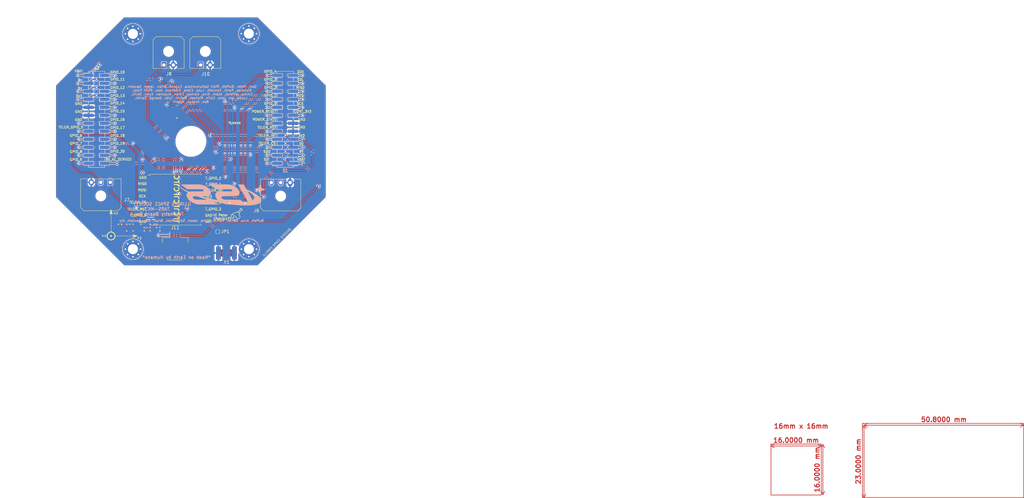
<source format=kicad_pcb>
(kicad_pcb (version 20211014) (generator pcbnew)
  (layers (0 "F.Cu" signal) (31 "B.Cu" signal) (34 "B.Paste" user) (35 "F.Paste" user) (36 "B.SilkS" user "B.Silkscreen") (37 "F.SilkS" user "F.Silkscreen") (38 "B.Mask" user) (39 "F.Mask" user) (44 "Edge.Cuts" user))
  (net 0 "")
  (net 1 "/VBAT")
  (net 2 "/TELEM_GPIO_1")
  (net 3 "/9V")
  (net 4 "/TELEM_GPIO_2")
  (net 5 "/5V")
  (net 6 "/TELEM_GPIO_3")
  (net 7 "/3V3")
  (net 8 "/TELEM_GPIO_4")
  (net 9 "GND")
  (net 10 "6V_AC_SERVO1")
  (net 11 "/TELEM_GPIO_5")
  (net 12 "/CONT_3V3")
  (net 13 "/SERVO1")
  (net 14 "/B2B_I2C_SDA")
  (net 15 "/SERVO2")
  (net 16 "/B2B_I2C_SCL")
  (net 17 "/B2B_GPIO_8")
  (net 18 "/B2B_SPI_SCK")
  (net 19 "/B2B_GPIO_9")
  (net 20 "/B2B_SPI_MISO")
  (net 21 "/B2B_GPIO_10")
  (net 22 "/B2B_SPI_MOSI")
  (net 23 "/B2B_GPIO_11")
  (net 24 "/CONT_GND")
  (net 25 "/B2B_UART_SDI")
  (net 26 "/B2B_UART_SDO")
  (net 27 "/TELEM_CS")
  (net 28 "/TELEM_INT")
  (net 29 "/TELEM_RST")
  (net 30 "/POWER_STATE")
  (net 31 "/POWER_RESET")
  (net 32 "/B2B_GPIO_12")
  (net 33 "/B2B_GPIO_13")
  (net 34 "/B2B_GPIO_14")
  (net 35 "/B2B_GPIO_15")
  (net 36 "/B2B_GPIO_16")
  (net 37 "/B2B_GPIO_17")
  (net 38 "/B2B_GPIO_18")
  (net 39 "/B2B_GPIO_19")
  (net 40 "/B2B_GPIO_20")
  (net 41 "6V_AC_SERVO2")
  (net 42 "Net-(JP1-Pad1)")
  (net 43 "Net-(J10-Pad1)")
  (footprint "Capacitor_SMD:C_0805_2012Metric" (layer "F.Cu") (at 19.23 18.51 -90)
    (fp_text reference "C1")
    (fp_text value "10uF")
  )
  (footprint "Connector_Molex:Molex_Micro-Fit_3.0_43650-0300_1x03_P3.00mm_Horizontal" (layer "F.Cu") (at 31.55 13.114107 180)
    (fp_text reference "J9")
    (fp_text value "Conn_01x03")
  )
  (footprint "Connector_PinHeader_2.54mm:PinHeader_2x12_P2.54mm_Vertical_SMD" (layer "F.Cu") (at 30 -7 180)
    (fp_text reference "J1")
    (fp_text value "Conn_02x12_Odd_Even")
  )
  (footprint "Connector_Molex:Molex_CLIK-Mate_502494-0270_1x02-1MP_P2.00mm_Horizontal" (layer "F.Cu") (at -5 32.5)
    (fp_text reference "J11")
    (fp_text value "Conn_01x02")
  )
  (footprint "RF_Module:HOPERF_RFM9XW_SMD" (layer "F.Cu") (at -4.81 18.53)
    (fp_text reference "U1")
    (fp_text value "RFM96W-433S2")
  )
  (footprint "memes:ham" (layer "F.Cu") (at 14.538718 23.185695)
    (fp_text reference "G***" hide)
    (fp_text value "LOGO" hide)
  )
  (footprint "Connector_Molex:Molex_Micro-Fit_3.0_43650-0300_1x03_P3.00mm_Horizontal" (layer "F.Cu") (at -25.66 13.04 180)
    (fp_text reference "J7")
    (fp_text value "Conn_01x03")
  )
  (footprint "TestPoint:TestPoint_Pad_D1.0mm" (layer "F.Cu") (at 8.525 28.725)
    (fp_text reference "JP1")
    (fp_text value "Conn_01x01_Female")
  )
  (footprint "MountingHole:MountingHole_3.2mm_M3_Pad_Via" (layer "F.Cu") (at -18.44 34.3)
    (fp_text reference "REF**" hide)
    (fp_text value "MountingHole_3.2mm_M3_Pad_Via")
  )
  (footprint "memes:axes" (layer "F.Cu") (at -21.8 26.5)
    (fp_text reference "G***" hide)
    (fp_text value "LOGO" hide)
  )
  (footprint "Connector_Molex:Molex_Micro-Fit_3.0_43650-0200_1x02_P3.00mm_Horizontal" (layer "F.Cu") (at 3.09 -24.28)
    (fp_text reference "J10")
    (fp_text value "Conn_01x02")
  )
  (footprint "Connector_Molex:Molex_Micro-Fit_3.0_43650-0200_1x02_P3.00mm_Horizontal" (layer "F.Cu") (at -8.6 -24.28)
    (fp_text reference "J8")
    (fp_text value "Conn_01x02")
  )
  (footprint "MountingHole:MountingHole_3.2mm_M3_Pad_Via" (layer "F.Cu") (at 18.44 -34.25)
    (fp_text reference "REF**" hide)
    (fp_text value "MountingHole_3.2mm_M3_Pad_Via")
  )
  (footprint "uFL:uFL" (layer "F.Cu") (at 11.534 35.8435 90)
    (fp_text reference "X1")
    (fp_text value "uFL/SMA")
  )
  (footprint "MountingHole:MountingHole_3.2mm_M3_Pad_Via" (layer "F.Cu") (at 18.45 34.3)
    (fp_text reference "REF**" hide)
    (fp_text value "MountingHole_3.2mm_M3_Pad_Via")
  )
  (footprint "Connector_PinHeader_2.54mm:PinHeader_2x12_P2.54mm_Vertical_SMD" (layer "F.Cu") (at -30 -7)
    (fp_text reference "J3")
    (fp_text value "Conn_02x12_Odd_Even")
  )
  (footprint "MountingHole:MountingHole_3.2mm_M3_Pad_Via" (layer "F.Cu") (at -18.45 -34.19)
    (fp_text reference "REF**" hide)
    (fp_text value "MountingHole_3.2mm_M3_Pad_Via")
  )
  (footprint "Connector_PinHeader_2.54mm:PinHeader_2x12_P2.54mm_Vertical_SMD" (layer "B.Cu") (at 30 -7)
    (fp_text reference "J2")
    (fp_text value "Conn_02x12_Odd_Even")
  )
  (footprint "Connector_PinHeader_2.54mm:PinHeader_2x12_P2.54mm_Vertical_SMD" (layer "B.Cu") (at -30 -7 180)
    (fp_text reference "J4")
    (fp_text value "Conn_02x12_Odd_Even")
  )
  (footprint "ISS_LOGO:ISS_LOGO_extreme small" (layer "B.Cu") (at 10.304121 17.081764 180)
    (fp_text reference "G***" hide)
    (fp_text value "LOGO" hide)
  )
  (footprint "memes:TARS MK3" (layer "B.Cu") (at -16.59971 27.759735 180)
    (fp_text reference "G***" hide)
    (fp_text value "LOGO" hide)
  )
  (gr_rect (start 213.6 113.3) (end 264.9 89.7) (layer "F.Cu") (width 0.2) (fill none))
  (gr_rect (start 200.5 96.3) (end 184.5 112.5) (layer "F.Cu") (width 0.2) (fill none))
  (gr_line (start -42.988115 17.80626) (end -21.287337 39.53) (layer "Edge.Cuts") (width 0.01))
  (gr_line (start 42.988115 17.80626) (end 42.988115 -17.80626) (layer "Edge.Cuts") (width 0.01))
  (gr_circle (center -18.442536 -34.247282) (end -16.892536 -34.247282) (layer "Edge.Cuts") (width 0.01) (fill none))
  (gr_line (start -21.287337 -39.53) (end -42.988115 -17.80626) (layer "Edge.Cuts") (width 0.01))
  (gr_circle (center 0 0) (end 4.8125 0) (layer "Edge.Cuts") (width 0.01) (fill none))
  (gr_circle (center -18.442536 34.247282) (end -16.892536 34.247282) (layer "Edge.Cuts") (width 0.01) (fill none))
  (gr_line (start 21.287337 39.53) (end 42.988115 17.80626) (layer "Edge.Cuts") (width 0.01))
  (gr_line (start -42.988115 -17.80626) (end -42.988115 17.80626) (layer "Edge.Cuts") (width 0.01))
  (gr_line (start 21.287337 39.53) (end -21.287337 39.53) (layer "Edge.Cuts") (width 0.01))
  (gr_circle (center 18.442536 -34.247282) (end 19.992536 -34.247282) (layer "Edge.Cuts") (width 0.01) (fill none))
  (gr_line (start 42.988115 -17.80626) (end 21.287337 -39.53) (layer "Edge.Cuts") (width 0.01))
  (gr_circle (center 18.442536 34.247282) (end 19.992536 34.247282) (layer "Edge.Cuts") (width 0.01) (fill none))
  (gr_line (start 21.287337 -39.53) (end -21.287337 -39.53) (layer "Edge.Cuts") (width 0.01))
  (gr_text "16mm x 16mm" (at 194.1 90.6) (layer "F.Cu") (effects (font (size 1.5 1.5) (thickness 0.3))))
  (gr_text "ILLINOIS SPACE SOCIETY" (at -9.175 19.925) (layer "B.SilkS") (effects (font (size 1 1) (thickness 0.2)) (justify mirror)))
  (gr_text "Buffett, Arna, Daniel, Rohini, Eisha, Jason, Sam, Rishi, Brian, Alex, Gautam, Ary" (at 0.2 25.23) (layer "B.SilkS") (effects (font (size 0.75 0.75)) (justify mirror)))
  (gr_text "Sam, Peter, Buffett, Rishi Gottumukkala, Eugene, Brian, Jason, Gautam, \nNicholas, Parth, Kenneth, Luke, Eisha, Siddhant, Alex, Rishi Patel, \nEmma, Jefferey, Adam, Arna, Karnap, Ethan, Aryaman, Kyler, Devin, \nLucas, Ian, Jake, Colin, Richeek, Rohini, Tyler, George, Daniel,\nBen, Anshuk, Ayberk" (at 0 -15) (layer "B.SilkS") (effects (font (size 0.75 0.75)) (justify mirror)))
  (gr_text "*Made on Earth by Humans*" (at -4.55 36.9) (layer "B.SilkS") (effects (font (size 1 1) (thickness 0.2)) (justify mirror)))
  (gr_text "TARS-MK3\nTelemetry Board Rev.A" (at -10.775 22.325) (layer "B.SilkS") (effects (font (size 1 1) (thickness 0.2)) (justify mirror)))
  (gr_text "6V_AC_SERVO2" (at -23.01 5.73) (layer "F.SilkS") (effects (font (size 0.75 0.75))))
  (gr_text "CONT_3V3" (at 35.54 -9.51) (layer "F.SilkS") (effects (font (size 0.75 0.75))))
  (gr_text "TELEM_GPIO_5" (at -38.2246 -4.485) (layer "F.SilkS") (effects (font (size 0.75 0.75))))
  (gr_text "GPIO_9" (at -36.544314 5.825) (layer "F.SilkS") (effects (font (size 0.75 0.75))))
  (gr_text "SDO" (at 24.2 3.25) (layer "F.SilkS") (effects (font (size 0.75 0.75))))
  (gr_text "5V" (at 35.17 0.73) (layer "F.SilkS") (effects (font (size 0.75 0.75))))
  (gr_text "+z\n" (at -24 22.8) (layer "F.SilkS") (effects (font (size 0.75 0.75))))
  (gr_text "ILLINOIS SPACE SYSTEMS" (at 27.36 32.11 45) (layer "F.SilkS") (effects (font (size 0.65 0.65) (thickness 0.1))))
  (gr_text "T_GPIO_5" (at -16.78 23.55) (layer "F.SilkS") (effects (font (size 0.75 0.75))))
  (gr_text "SCK" (at 34.77 -12.01) (layer "F.SilkS") (effects (font (size 0.75 0.75))))
  (gr_text "TELEM_RST" (at 24.14 -4.41) (layer "F.SilkS") (effects (font (size 0.75 0.75))))
  (gr_text "GPIO_10" (at -23.3656 -21.9896) (layer "F.SilkS") (effects (font (size 0.75 0.75))))
  (gr_text "ANT" (at 5.65 25.56) (layer "F.SilkS") (effects (font (size 0.75 0.75))))
  (gr_text "GPIO_16" (at -23.375 -6.95) (layer "F.SilkS") (effects (font (size 0.75 0.75))))
  (gr_text "GPIO_6" (at -36.544314 -1.855) (layer "F.SilkS") (effects (font (size 0.75 0.75))))
  (gr_text "9V" (at 35.11 3.19) (layer "F.SilkS") (effects (font (size 0.75 0.75))))
  (gr_text "SDL" (at 34.79 -19.67) (layer "F.SilkS") (effects (font (size 0.75 0.75))))
  (gr_text "T_GPIO_4" (at 7.1 19.57) (layer "F.SilkS") (effects (font (size 0.75 0.75))))
  (gr_text "9V" (at -35.2586 -19.425) (layer "F.SilkS") (effects (font (size 0.75 0.75))))
  (gr_text "T_GPIO_1" (at 7.16 13.68) (layer "F.SilkS") (effects (font (size 0.75 0.75))))
  (gr_text "GPIO_14" (at -23.3656 -12.1262) (layer "F.SilkS") (effects (font (size 0.75 0.75))))
  (gr_text "GPIO_11\n" (at -23.3656 -19.7296) (layer "F.SilkS") (effects (font (size 0.75 0.75))))
  (gr_text "Nyeees" (at 13.9 -5.9) (layer "F.SilkS") (effects (font (size 0.75 0.75))))
  (gr_text "GPIO_19" (at -23.3656 0.6754) (layer "F.SilkS") (effects (font (size 0.75 0.75))))
  (gr_text "GND" (at -35.722885 -9.435) (layer "F.SilkS") (effects (font (size 0.75 0.75))))
  (gr_text "TELEM_CS" (at 24.2 0.64) (layer "F.SilkS") (effects (font (size 0.75 0.75))))
  (gr_text "+y" (at -16.4 30.625) (layer "F.SilkS") (effects (font (size 0.75 0.75))))
  (gr_text "GPIO_20" (at -23.3656 3.19) (layer "F.SilkS") (effects (font (size 0.75 0.75))))
  (gr_text "TELEM_RST" (at -17.25 21.61) (layer "F.SilkS") (effects (font (size 0.75 0.75))))
  (gr_text "GPIO_17" (at -23.3656 -4.3538) (layer "F.SilkS") (effects (font (size 0.75 0.75))))
  (gr_text "Hi Peter" (at 9.41 23.48) (layer "F.SilkS") (effects (font (size 0.75 0.75))))
  (gr_text "T_GPIO_2" (at 7.13 11.76) (layer "F.SilkS") (effects (font (size 0.75 0.75))))
  (gr_text "GPIO_3" (at 25.24 -19.68) (layer "F.SilkS") (effects (font (size 0.75 0.75))))
  (gr_text "POWER_STATE" (at 23.39 -6.95) (layer "F.SilkS") (effects (font (size 0.75 0.75))))
  (gr_text "5V" (at -35.2586 -16.855) (layer "F.SilkS") (effects (font (size 0.75 0.75))))
  (gr_text "GND" (at -35.722885 -6.865) (layer "F.SilkS") (effects (font (size 0.75 0.75))))
  (gr_text "VBAT" (at -35.6846 -22.337) (layer "F.SilkS") (effects (font (size 0.75 0.75))))
  (gr_text "3V3" (at -35.615743 -14.385) (layer "F.SilkS") (effects (font (size 0.75 0.75))))
  (gr_text "SDA" (at 34.86 -22.17) (layer "F.SilkS") (effects (font (size 0.75 0.75))))
  (gr_text "3V3" (at 35.17 -1.84) (layer "F.SilkS") (effects (font (size 0.75 0.75))))
  (gr_text "3V3" (at 5.66 17.62) (layer "F.SilkS") (effects (font (size 0.75 0.75))))
  (gr_text "GPIO_15" (at -23.3656 -9.6116) (layer "F.SilkS") (effects (font (size 0.75 0.75))))
  (gr_text "GPIO_2" (at 25.26 -17.14) (layer "F.SilkS") (effects (font (size 0.75 0.75))))
  (gr_text "GPIO_7" (at -36.544314 0.675) (layer "F.SilkS") (effects (font (size 0.75 0.75))))
  (gr_text "TELEM_CS" (at -16.92 19.39) (layer "F.SilkS") (effects (font (size 0.75 0.75))))
  (gr_text "TELEM_INT" (at 7.47 15.6) (layer "F.SilkS") (effects (font (size 0.75 0.75))))
  (gr_text "GPIO_13" (at -23.3656 -14.5138) (layer "F.SilkS") (effects (font (size 0.75 0.75))))
  (gr_text "GPIO_1" (at 25.26 -14.6) (layer "F.SilkS") (effects (font (size 0.75 0.75))))
  (gr_text "GND" (at 35.26 -6.93) (layer "F.SilkS") (effects (font (size 0.75 0.75))))
  (gr_text "MISO" (at -15.47 13.51) (layer "F.SilkS") (effects (font (size 0.75 0.75))))
  (gr_text "MOSI" (at 34.8 -14.56) (layer "F.SilkS") (effects (font (size 0.75 0.75))))
  (gr_text "+x" (at -27.7 30) (layer "F.SilkS") (effects (font (size 0.75 0.75))))
  (gr_text "SCK" (at -15.39 17.48) (layer "F.SilkS") (effects (font (size 0.75 0.75))))
  (gr_text "GND" (at -15.29 11.53) (layer "F.SilkS") (effects (font (size 0.75 0.75))))
  (gr_text "GPIO_0" (at 25.24 -12.06) (layer "F.SilkS") (effects (font (size 0.75 0.75))))
  (gr_text "(Patrick?)" (at 9.98 24.61) (layer "F.SilkS") (effects (font (size 0.75 0.75))))
  (gr_text "GND" (at 35.2 -4.46) (layer "F.SilkS") (effects (font (size 0.75 0.75))))
  (gr_text "MOSI" (at -15.47 15.48) (layer "F.SilkS") (effects (font (size 0.75 0.75))))
  (gr_text "GPIO_8" (at -36.544314 3.305) (layer "F.SilkS") (effects (font (size 0.75 0.75))))
  (gr_text "VBAT" (at 35.08 5.78) (layer "F.SilkS") (effects (font (size 0.75 0.75))))
  (gr_text "SDI" (at 24.07 5.73) (layer "F.SilkS") (effects (font (size 0.75 0.75))))
  (gr_text "TELEM_INT" (at 24.2 -1.86) (layer "F.SilkS") (effects (font (size 0.75 0.75))))
  (gr_text "GND" (at -15.36 25.54) (layer "F.SilkS") (effects (font (size 0.75 0.75))))
  (gr_text "T_GPIO_3" (at 7.1 21.56) (layer "F.SilkS") (effects (font (size 0.75 0.75))))
  (gr_text "GND" (at 5.68 23.57) (layer "F.SilkS") (effects (font (size 0.75 0.75))))
  (gr_text "GPIO_18" (at -23.3656 -1.8392) (layer "F.SilkS") (effects (font (size 0.75 0.75))))
  (gr_text "GPIO_4" (at 25.24 -22.26) (layer "F.SilkS") (effects (font (size 0.75 0.75))))
  (gr_text "POWER_RESET" (at 23.28 -9.48) (layer "F.SilkS") (effects (font (size 0.75 0.75))))
  (gr_text "JLCJLCJLCJLC" (at -4.5 18.4 90) (layer "F.SilkS") (effects (font (size 1.5 1.5) (thickness 0.3))))
  (gr_text "GND" (at -35.722885 -11.975) (layer "F.SilkS") (effects (font (size 0.75 0.75))))
  (gr_text "MISO" (at 34.79 -17.11) (layer "F.SilkS") (effects (font (size 0.75 0.75))))
  (gr_text "GPIO_12\n\n" (at -23.3656 -16.4696) (layer "F.SilkS") (effects (font (size 0.75 0.75))))
  (dimension (type aligned) (layer "F.Cu") (pts (xy 201 112.4) (xy 201 96.4)) (height 0) (gr_text "16.0000 mm" (at 199.2 104.4 90) (layer "F.Cu") (effects (font (size 1.5 1.5) (thickness 0.3)))) (format (units 3) (units_format 1) (precision 4)) (style (thickness 0.2) (arrow_length 1.27) (text_position_mode 0) (extension_height 0.58642) (extension_offset 0.5) keep_text_aligned))
  (dimension (type aligned) (layer "F.Cu") (pts (xy 184.5 96.9) (xy 200.5 96.9)) (height 0) (gr_text "16.0000 mm" (at 192.5 95.1) (layer "F.Cu") (effects (font (size 1.5 1.5) (thickness 0.3)))) (format (units 3) (units_format 1) (precision 4)) (style (thickness 0.2) (arrow_length 1.27) (text_position_mode 0) (extension_height 0.58642) (extension_offset 0.5) keep_text_aligned))
  (dimension (type aligned) (layer "F.Cu") (pts (xy 214.1 90.3) (xy 264.9 90.3)) (height 0) (gr_text "50.8000 mm" (at 239.5 88.5) (layer "F.Cu") (effects (font (size 1.5 1.5) (thickness 0.3)))) (format (units 3) (units_format 1) (precision 4)) (style (thickness 0.2) (arrow_length 1.27) (text_position_mode 0) (extension_height 0.58642) (extension_offset 0.5) keep_text_aligned))
  (dimension (type aligned) (layer "F.Cu") (pts (xy 214.1 113.3) (xy 214.1 90.3)) (height 0) (gr_text "23.0000 mm" (at 212.3 101.8 90) (layer "F.Cu") (effects (font (size 1.5 1.5) (thickness 0.3)))) (format (units 3) (units_format 1) (precision 4)) (style (thickness 0.2) (arrow_length 1.27) (text_position_mode 0) (extension_height 0.58642) (extension_offset 0.5) keep_text_aligned))
  (segment (start 40.6 12.1) (end 35.47 6.97) (width 0.5) (layer "F.Cu") (net 1))
  (segment (start 39.82 2.32) (end 39.82 -19.84) (width 0.5) (layer "F.Cu") (net 1))
  (segment (start 35.47 6.97) (end 32.525 6.97) (width 0.5) (layer "F.Cu") (net 1))
  (segment (start 31.53 6.97) (end 32.525 6.97) (width 0.5) (layer "F.Cu") (net 1))
  (segment (start 30.11 5.55) (end 36.59 5.55) (width 0.5) (layer "F.Cu") (net 1))
  (segment (start -6.1 29.9) (end -6 30) (width 0.5) (layer "F.Cu") (net 1))
  (segment (start 33.39 -26.27) (end -27.26 -26.27) (width 0.5) (layer "F.Cu") (net 1))
  (segment (start -32.525 -21.005) (end -29.065 -24.465) (width 0.5) (layer "F.Cu") (net 1))
  (segment (start 36.59 5.55) (end 39.82 2.32) (width 0.5) (layer "F.Cu") (net 1))
  (segment (start -10.3 29.9) (end -6.1 29.9) (width 0.5) (layer "F.Cu") (net 1))
  (segment (start 30.11 5.55) (end 31.53 6.97) (width 0.5) (layer "F.Cu") (net 1))
  (segment (start -29.065 -24.465) (end -29.03 -24.43) (width 0.5) (layer "F.Cu") (net 1))
  (segment (start -32.525 -20.97) (end -32.525 -21.005) (width 0.5) (layer "F.Cu") (net 1))
  (segment (start 39.82 -19.84) (end 33.39 -26.27) (width 0.5) (layer "F.Cu") (net 1))
  (segment (start -32.525 -20.97) (end -35.89 -20.97) (width 0.5) (layer "F.Cu") (net 1))
  (segment (start -27.26 -26.27) (end -29.065 -24.465) (width 0.5) (layer "F.Cu") (net 1))
  (segment (start 40.6 14.2) (end 40.6 12.1) (width 0.5) (layer "F.Cu") (net 1))
  (via (at 35.47 6.97) (size 1) (drill 0.4) (layers "F.Cu" "B.Cu") (net 1))
  (via (at 30.11 5.55) (size 1) (drill 0.4) (layers "F.Cu" "B.Cu") (net 1))
  (via (at -35.89 -20.97) (size 0.8) (drill 0.4) (layers "F.Cu" "B.Cu") (net 1))
  (via (at -10.3 29.9) (size 0.8) (drill 0.4) (layers "F.Cu" "B.Cu") (net 1))
  (via (at 40.6 14.2) (size 1) (drill 0.4) (layers "F.Cu" "B.Cu") (net 1))
  (via (at -29.065 -24.465) (size 1) (drill 0.4) (layers "F.Cu" "B.Cu") (net 1))
  (segment (start 8.5 25.3) (end 29.5 25.3) (width 0.5) (layer "B.Cu") (net 1))
  (segment (start -32.525 -20.97) (end -32.525 -21.005) (width 0.5) (layer "B.Cu") (net 1))
  (segment (start 5.4 28.4) (end 8.5 25.3) (width 0.5) (layer "B.Cu") (net 1))
  (segment (start 32.525 6.97) (end 35.47 6.97) (width 0.5) (layer "B.Cu") (net 1))
  (segment (start 5.4 28.4) (end 3.9 29.9) (width 0.5) (layer "B.Cu") (net 1))
  (segment (start -32.525 -21.005) (end -29.065 -24.465) (width 0.5) (layer "B.Cu") (net 1))
  (segment (start 3.9 29.9) (end -10.3 29.9) (width 0.5) (layer "B.Cu") (net 1))
  (segment (start 30.11 5.55) (end 30.09 5.53) (width 0.5) (layer "B.Cu") (net 1))
  (segment (start -35.89 -20.97) (end -32.525 -20.97) (width 0.5) (layer "B.Cu") (net 1))
  (segment (start 29.5 25.3) (end 40.6 14.2) (width 0.5) (layer "B.Cu") (net 1))
  (segment (start 6.73 13.45) (end 6.65 13.53) (width 0.25) (layer "F.Cu") (net 2))
  (segment (start 13.8 13.45) (end 6.73 13.45) (width 0.25) (layer "F.Cu") (net 2))
  (segment (start 13.92 -10.81) (end 24.21 -10.81) (width 0.25) (layer "F.Cu") (net 2))
  (segment (start 6.65 13.53) (end 3.19 13.53) (width 0.25) (layer "F.Cu") (net 2))
  (segment (start 24.21 -10.81) (end 27.475 -10.81) (width 0.25) (layer "F.Cu") (net 2))
  (via (at 13.8 13.45) (size 0.8) (drill 0.4) (layers "F.Cu" "B.Cu") (net 2))
  (via (at 13.92 -10.81) (size 0.8) (drill 0.4) (layers "F.Cu" "B.Cu") (net 2))
  (via (at 24.21 -10.81) (size 0.8) (drill 0.4) (layers "F.Cu" "B.Cu") (net 2))
  (segment (start 13.92 13.33) (end 13.92 -10.81) (width 0.25) (layer "B.Cu") (net 2))
  (segment (start 13.8 13.45) (end 13.92 13.33) (width 0.25) (layer "B.Cu") (net 2))
  (segment (start 27.475 -10.81) (end 24.21 -10.81) (width 0.25) (layer "B.Cu") (net 2))
  (segment (start 8.04 3.18) (end 30.072 3.18) (width 0.5) (layer "F.Cu") (net 3))
  (segment (start 7.99 3.23) (end 8.04 3.18) (width 0.5) (layer "F.Cu") (net 3))
  (segment (start 30.062 3.17) (end 30.072 3.18) (width 0.5) (layer "F.Cu") (net 3))
  (segment (start -9.69 -19.75) (end -30 -19.75) (width 0.5) (layer "F.Cu") (net 3))
  (segment (start 30.072 3.18) (end 31.275 3.18) (width 0.5) (layer "F.Cu") (net 3))
  (segment (start -31.205 -19.75) (end -32.525 -18.43) (width 0.5) (layer "F.Cu") (net 3))
  (segment (start 31.275 3.18) (end 32.525 4.43) (width 0.5) (layer "F.Cu") (net 3))
  (segment (start 35.46 4.43) (end 32.525 4.43) (width 0.5) (layer "F.Cu") (net 3))
  (segment (start -35.89 -18.43) (end -32.525 -18.43) (width 0.5) (layer "F.Cu") (net 3))
  (segment (start -30 -19.75) (end -31.205 -19.75) (width 0.5) (layer "F.Cu") (net 3))
  (via (at -30 -19.75) (size 1) (drill 0.4) (layers "F.Cu" "B.Cu") (net 3))
  (via (at 35.46 4.43) (size 1) (drill 0.4) (layers "F.Cu" "B.Cu") (net 3))
  (via (at 30.072 3.18) (size 1) (drill 0.4) (layers "F.Cu" "B.Cu") (net 3))
  (via (at -35.89 -18.43) (size 0.8) (drill 0.4) (layers "F.Cu" "B.Cu") (net 3))
  (via (at 7.99 3.23) (size 1) (drill 0.4) (layers "F.Cu" "B.Cu") (net 3))
  (via (at -9.69 -19.75) (size 1) (drill 0.4) (layers "F.Cu" "B.Cu") (net 3))
  (segment (start -30 -19.75) (end -31.205 -19.75) (width 0.5) (layer "B.Cu") (net 3))
  (segment (start 7.96 3.2) (end 7.96 -2.15) (width 0.5) (layer "B.Cu") (net 3))
  (segment (start 7.99 3.23) (end 7.96 3.2) (width 0.5) (layer "B.Cu") (net 3))
  (segment (start -32.525 -18.43) (end -35.89 -18.43) (width 0.5) (layer "B.Cu") (net 3))
  (segment (start 32.525 4.43) (end 35.46 4.43) (width 0.5) (layer "B.Cu") (net 3))
  (segment (start -31.205 -19.75) (end -32.525 -18.43) (width 0.5) (layer "B.Cu") (net 3))
  (segment (start -9.64 -19.75) (end -9.69 -19.75) (width 0.5) (layer "B.Cu") (net 3))
  (segment (start 7.96 -2.15) (end -9.64 -19.75) (width 0.5) (layer "B.Cu") (net 3))
  (segment (start 27.475 -13.35) (end 24.21 -13.35) (width 0.25) (layer "F.Cu") (net 4))
  (segment (start 10.9 -12.7045) (end 11.4755 -13.28) (width 0.25) (layer "F.Cu") (net 4))
  (segment (start 5.88 11.25) (end 5.6 11.53) (width 0.25) (layer "F.Cu") (net 4))
  (segment (start 11.4755 -13.28) (end 24.14 -13.28) (width 0.25) (layer "F.Cu") (net 4))
  (segment (start 24.14 -13.28) (end 24.21 -13.35) (width 0.25) (layer "F.Cu") (net 4))
  (segment (start 5.6 11.53) (end 3.19 11.53) (width 0.25) (layer "F.Cu") (net 4))
  (segment (start 10.95 11.25) (end 5.88 11.25) (width 0.25) (layer "F.Cu") (net 4))
  (via (at 10.95 11.25) (size 0.8) (drill 0.4) (layers "F.Cu" "B.Cu") (net 4))
  (via (at 24.21 -13.35) (size 0.8) (drill 0.4) (layers "F.Cu" "B.Cu") (net 4))
  (via (at 10.9 -12.7045) (size 0.8) (drill 0.4) (layers "F.Cu" "B.Cu") (net 4))
  (segment (start 10.83 11.13) (end 10.95 11.25) (width 0.25) (layer "B.Cu") (net 4))
  (segment (start 10.83 -12.6345) (end 10.83 11.13) (width 0.25) (layer "B.Cu") (net 4))
  (segment (start 24.21 -13.35) (end 27.475 -13.35) (width 0.25) (layer "B.Cu") (net 4))
  (segment (start 10.9 -12.7045) (end 10.83 -12.6345) (width 0.25) (layer "B.Cu") (net 4))
  (segment (start -30.01 -17.13) (end -31.285 -17.13) (width 0.5) (layer "F.Cu") (net 5))
  (segment (start -7.98 -17.12) (end -30 -17.12) (width 0.5) (layer "F.Cu") (net 5))
  (segment (start -30 -17.12) (end -30.01 -17.13) (width 0.5) (layer "F.Cu") (net 5))
  (segment (start -35.82 -15.89) (end -35.83 -15.9) (width 0.5) (layer "F.Cu") (net 5))
  (segment (start 35.5 1.89) (end 32.525 1.89) (width 0.5) (layer "F.Cu") (net 5))
  (segment (start -32.525 -15.89) (end -35.82 -15.89) (width 0.5) (layer "F.Cu") (net 5))
  (segment (start 30.072 0.64) (end 31.275 0.64) (width 0.5) (layer "F.Cu") (net 5))
  (segment (start 9.2 0.64) (end 30.072 0.64) (width 0.5) (layer "F.Cu") (net 5))
  (segment (start -6.1 -19) (end -7.98 -17.12) (width 0.5) (layer "F.Cu") (net 5))
  (segment (start 31.275 0.64) (end 32.525 1.89) (width 0.5) (layer "F.Cu") (net 5))
  (segment (start 9.17 0.67) (end 9.2 0.64) (width 0.5) (layer "F.Cu") (net 5))
  (segment (start 30.062 0.65) (end 30.072 0.64) (width 0.5) (layer "F.Cu") (net 5))
  (segment (start -35.83 -15.9) (end -35.89 -15.9) (width 0.5) (layer "F.Cu") (net 5))
  (segment (start -31.285 -17.13) (end -32.525 -15.89) (width 0.5) (layer "F.Cu") (net 5))
  (via (at -6.1 -19) (size 1) (drill 0.4) (layers "F.Cu" "B.Cu") (net 5))
  (via (at 35.5 1.89) (size 1) (drill 0.4) (layers "F.Cu" "B.Cu") (net 5))
  (via (at 30.072 0.64) (size 1) (drill 0.4) (layers "F.Cu" "B.Cu") (net 5))
  (via (at -35.89 -15.9) (size 0.8) (drill 0.4) (layers "F.Cu" "B.Cu") (net 5))
  (via (at 9.17 0.67) (size 1) (drill 0.4) (layers "F.Cu" "B.Cu") (net 5))
  (via (at -30.01 -17.13) (size 1) (drill 0.4) (layers "F.Cu" "B.Cu") (net 5))
  (segment (start -30.01 -17.13) (end -31.285 -17.13) (width 0.5) (layer "B.Cu") (net 5))
  (segment (start -32.535 -15.9) (end -32.525 -15.89) (width 0.5) (layer "B.Cu") (net 5))
  (segment (start -31.285 -17.13) (end -32.525 -15.89) (width 0.5) (layer "B.Cu") (net 5))
  (segment (start -6.1 -19) (end -6.1 -18.42) (width 0.5) (layer "B.Cu") (net 5))
  (segment (start 35.5 1.89) (end 32.525 1.89) (width 0.5) (layer "B.Cu") (net 5))
  (segment (start 9.17 -3.15) (end 9.17 0.67) (width 0.5) (layer "B.Cu") (net 5))
  (segment (start -6.1 -18.42) (end 9.17 -3.15) (width 0.5) (layer "B.Cu") (net 5))
  (segment (start -35.89 -15.9) (end -32.535 -15.9) (width 0.5) (layer "B.Cu") (net 5))
  (segment (start 3.19 21.53) (end 15.37 21.53) (width 0.25) (layer "F.Cu") (net 6))
  (segment (start 24.21 -15.89) (end 27.475 -15.89) (width 0.25) (layer "F.Cu") (net 6))
  (segment (start 15.37 21.53) (end 17.23 19.67) (width 0.25) (layer "F.Cu") (net 6))
  (via (at 17.23 19.67) (size 0.8) (drill 0.4) (layers "F.Cu" "B.Cu") (net 6))
  (via (at 24.21 -15.89) (size 0.8) (drill 0.4) (layers "F.Cu" "B.Cu") (net 6))
  (segment (start 17.23 -8.91) (end 24.21 -15.89) (width 0.25) (layer "B.Cu") (net 6))
  (segment (start 27.475 -15.89) (end 24.21 -15.89) (width 0.25) (layer "B.Cu") (net 6))
  (segment (start 17.23 19.67) (end 17.23 -8.91) (width 0.25) (layer "B.Cu") (net 6))
  (segment (start -30.01 -14.61) (end -31.265 -14.61) (width 0.5) (layer "F.Cu") (net 7))
  (segment (start -7.6 -11.8) (end -10.41 -14.61) (width 0.5) (layer "F.Cu") (net 7))
  (segment (start -30 -14.6) (end -30.01 -14.61) (width 0.5) (layer "F.Cu") (net 7))
  (segment (start 6.2 -2.01) (end 6.31 -1.9) (width 0.5) (layer "F.Cu") (net 7))
  (segment (start 32.525 -0.65) (end 35.453 -0.65) (width 0.5) (layer "F.Cu") (net 7))
  (segment (start 3.19 17.53) (end 19.2 17.53) (width 0.5) (layer "F.Cu") (net 7))
  (segment (start 6.31 -1.9) (end 30.072 -1.9) (width 0.5) (layer "F.Cu") (net 7))
  (segment (start 31.322 -0.65) (end 30.072 -1.9) (width 0.5) (layer "F.Cu") (net 7))
  (segment (start -31.265 -14.61) (end -32.525 -13.35) (width 0.5) (layer "F.Cu") (net 7))
  (segment (start -35.88 -13.35) (end -32.525 -13.35) (width 0.5) (layer "F.Cu") (net 7))
  (segment (start -10.41 -14.61) (end -30.01 -14.61) (width 0.5) (layer "F.Cu") (net 7))
  (segment (start 32.525 -0.65) (end 31.322 -0.65) (width 0.5) (layer "F.Cu") (net 7))
  (segment (start 19.2 17.53) (end 19.23 17.56) (width 0.5) (layer "F.Cu") (net 7))
  (segment (start -35.9 -13.33) (end -35.88 -13.35) (width 0.5) (layer "F.Cu") (net 7))
  (segment (start 23.05 17.56) (end 19.23 17.56) (width 0.5) (layer "F.Cu") (net 7))
  (via (at 35.453 -0.65) (size 1) (drill 0.4) (layers "F.Cu" "B.Cu") (net 7))
  (via (at 6.2 -2.01) (size 1) (drill 0.4) (layers "F.Cu" "B.Cu") (net 7))
  (via (at 23.05 17.56) (size 1) (drill 0.4) (layers "F.Cu" "B.Cu") (net 7))
  (via (at 30.072 -1.9) (size 1) (drill 0.4) (layers "F.Cu" "B.Cu") (net 7))
  (via (at -35.9 -13.33) (size 0.8) (drill 0.4) (layers "F.Cu" "B.Cu") (net 7))
  (via (at -30.01 -14.61) (size 1) (drill 0.4) (layers "F.Cu" "B.Cu") (net 7))
  (via (at -7.6 -11.8) (size 1) (drill 0.4) (layers "F.Cu" "B.Cu") (net 7))
  (segment (start -32.535 -13.34) (end -32.525 -13.35) (width 0.5) (layer "B.Cu") (net 7))
  (segment (start -31.265 -14.61) (end -32.525 -13.35) (width 0.5) (layer "B.Cu") (net 7))
  (segment (start 26.29 9.25) (end 36.63 9.25) (width 0.5) (layer "B.Cu") (net 7))
  (segment (start 38.67 2.567) (end 35.453 -0.65) (width 0.5) (layer "B.Cu") (net 7))
  (segment (start 23.05 17.56) (end 23.05 12.49) (width 0.5) (layer "B.Cu") (net 7))
  (segment (start 38.67 7.21) (end 38.67 2.567) (width 0.5) (layer "B.Cu") (net 7))
  (segment (start 32.525 -0.65) (end 35.453 -0.65) (width 0.5) (layer "B.Cu") (net 7))
  (segment (start -35.89 -13.34) (end -32.535 -13.34) (width 0.5) (layer "B.Cu") (net 7))
  (segment (start 36.63 9.25) (end 38.67 7.21) (width 0.5) (layer "B.Cu") (net 7))
  (segment (start -3.42 -11.8) (end 6.2 -2.18) (width 0.5) (layer "B.Cu") (net 7))
  (segment (start -30.01 -14.61) (end -31.265 -14.61) (width 0.5) (layer "B.Cu") (net 7))
  (segment (start 6.2 -2.18) (end 6.2 -2.01) (width 0.5) (layer "B.Cu") (net 7))
  (segment (start -7.6 -11.8) (end -3.42 -11.8) (width 0.5) (layer "B.Cu") (net 7))
  (segment (start 23.05 12.49) (end 26.29 9.25) (width 0.5) (layer "B.Cu") (net 7))
  (segment (start -30.01 -14.61) (end -30.06 -14.66) (width 0.25) (layer "B.Cu") (net 7))
  (segment (start -35.9 -13.33) (end -35.89 -13.34) (width 0.5) (layer "B.Cu") (net 7))
  (segment (start 27.475 -18.43) (end 24.21 -18.43) (width 0.25) (layer "F.Cu") (net 8))
  (segment (start 3.19 19.53) (end 6.08 19.53) (width 0.25) (layer "F.Cu") (net 8))
  (segment (start 6.08 19.53) (end 12.34 19.53) (width 0.25) (layer "F.Cu") (net 8))
  (via (at 12.34 19.53) (size 0.8) (drill 0.4) (layers "F.Cu" "B.Cu") (net 8))
  (via (at 24.21 -18.43) (size 0.8) (drill 0.4) (layers "F.Cu" "B.Cu") (net 8))
  (segment (start 15.96 15.91) (end 15.96 -10.18) (width 0.25) (layer "B.Cu") (net 8))
  (segment (start 15.96 -10.18) (end 24.21 -18.43) (width 0.25) (layer "B.Cu") (net 8))
  (segment (start 12.34 19.53) (end 15.96 15.91) (width 0.25) (layer "B.Cu") (net 8))
  (segment (start 24.21 -18.43) (end 27.475 -18.43) (width 0.25) (layer "B.Cu") (net 8))
  (via (at -4.4 -7.4) (size 0.8) (drill 0.4) (layers "F.Cu" "B.Cu") (net 9))
  (segment (start 27.475 -20.97) (end 24.22 -20.97) (width 0.5) (layer "F.Cu") (net 10))
  (segment (start 6.770978 5.55) (end 12.5 5.55) (width 0.5) (layer "F.Cu") (net 10))
  (segment (start -1.3 13.620978) (end -1.3 21.4) (width 0.5) (layer "F.Cu") (net 10))
  (segment (start -0.65 12.970978) (end -1.3 13.620978) (width 0.5) (layer "F.Cu") (net 10))
  (segment (start -0.65 12.970978) (end 6.770978 5.55) (width 0.5) (layer "F.Cu") (net 10))
  (via (at 12.5 5.55) (size 1) (drill 0.4) (layers "F.Cu" "B.Cu") (net 10))
  (via (at 24.22 -20.97) (size 0.8) (drill 0.4) (layers "F.Cu" "B.Cu") (net 10))
  (via (at -1.3 21.4) (size 1) (drill 0.4) (layers "F.Cu" "B.Cu") (net 10))
  (segment (start -4.4 24.5) (end -17 24.5) (width 0.5) (layer "B.Cu") (net 10))
  (segment (start 12.5 -11.8) (end 12.5 5.55) (width 0.5) (layer "B.Cu") (net 10))
  (segment (start 24.22 -20.97) (end 21.67 -20.97) (width 0.5) (layer "B.Cu") (net 10))
  (segment (start 21.67 -20.97) (end 12.5 -11.8) (width 0.5) (layer "B.Cu") (net 10))
  (segment (start -1.3 21.4) (end -4.4 24.5) (width 0.5) (layer "B.Cu") (net 10))
  (segment (start -17 24.5) (end -25.59 15.91) (width 0.5) (layer "B.Cu") (net 10))
  (segment (start -25.59 13.11) (end -25.66 13.04) (width 0.5) (layer "B.Cu") (net 10))
  (segment (start -25.59 15.91) (end -25.59 13.11) (width 0.5) (layer "B.Cu") (net 10))
  (segment (start 24.22 -20.97) (end 27.475 -20.97) (width 0.5) (layer "B.Cu") (net 10))
  (segment (start -17.3 21.02) (end -14.79 23.53) (width 0.25) (layer "F.Cu") (net 11))
  (segment (start -32.525 -3.19) (end -35.64 -3.19) (width 0.25) (layer "F.Cu") (net 11))
  (segment (start -14.79 23.53) (end -12.81 23.53) (width 0.25) (layer "F.Cu") (net 11))
  (segment (start -17.3 21) (end -17.3 21.02) (width 0.25) (layer "F.Cu") (net 11))
  (via (at -35.64 -3.19) (size 0.8) (drill 0.4) (layers "F.Cu" "B.Cu") (net 11))
  (via (at -17.3 21) (size 0.8) (drill 0.4) (layers "F.Cu" "B.Cu") (net 11))
  (segment (start -34.53 -2.08) (end -35.64 -3.19) (width 0.25) (layer "B.Cu") (net 11))
  (segment (start -17.3 21) (end -17.3 3.74) (width 0.25) (layer "B.Cu") (net 11))
  (segment (start -35.64 -3.19) (end -32.525 -3.19) (width 0.25) (layer "B.Cu") (net 11))
  (segment (start -17.3 3.74) (end -23.12 -2.08) (width 0.25) (layer "B.Cu") (net 11))
  (segment (start -23.12 -2.08) (end -34.53 -2.08) (width 0.25) (layer "B.Cu") (net 11))
  (segment (start 35.453 -8.27) (end 32.338 -8.27) (width 0.25) (layer "F.Cu") (net 12))
  (via (at 35.453 -8.27) (size 0.8) (drill 0.4) (layers "F.Cu" "B.Cu") (net 12))
  (segment (start 32.338 -8.27) (end 35.453 -8.27) (width 0.25) (layer "B.Cu") (net 12))
  (segment (start -35.64 -0.65) (end -32.525 -0.65) (width 0.25) (layer "F.Cu") (net 13))
  (via (at -35.64 -0.65) (size 0.8) (drill 0.4) (layers "F.Cu" "B.Cu") (net 13))
  (segment (start -31.83 9.87) (end -28.66 13.04) (width 0.25) (layer "B.Cu") (net 13))
  (segment (start -32.525 -0.65) (end -35.64 -0.65) (width 0.25) (layer "B.Cu") (net 13))
  (segment (start -35.315573 9.87) (end -31.83 9.87) (width 0.25) (layer "B.Cu") (net 13))
  (segment (start -35.64 -0.65) (end -37.6 1.31) (width 0.25) (layer "B.Cu") (net 13))
  (segment (start -37.6 7.585573) (end -35.315573 9.87) (width 0.25) (layer "B.Cu") (net 13))
  (segment (start -37.6 1.31) (end -37.6 7.585573) (width 0.25) (layer "B.Cu") (net 13))
  (segment (start 32.338 -20.97) (end 35.453 -20.97) (width 0.25) (layer "F.Cu") (net 14))
  (via (at 35.453 -20.97) (size 0.8) (drill 0.4) (layers "F.Cu" "B.Cu") (net 14))
  (segment (start 35.453 -20.97) (end 32.338 -20.97) (width 0.25) (layer "B.Cu") (net 14))
  (segment (start -18.4 0.7) (end -30.4 0.7) (width 0.25) (layer "F.Cu") (net 15))
  (segment (start -30.4 0.7) (end -31.59 1.89) (width 0.25) (layer "F.Cu") (net 15))
  (segment (start -31.59 1.89) (end -32.525 1.89) (width 0.25) (layer "F.Cu") (net 15))
  (segment (start 28.55 13.114107) (end 28.55 13.1) (width 0.25) (layer "F.Cu") (net 15))
  (segment (start 28.55 13.1) (end 23.8 8.35) (width 0.25) (layer "F.Cu") (net 15))
  (segment (start 23.8 8.35) (end 7.2 8.35) (width 0.25) (layer "F.Cu") (net 15))
  (segment (start -32.525 1.89) (end -35.64 1.89) (width 0.25) (layer "F.Cu") (net 15))
  (via (at -35.64 1.89) (size 0.8) (drill 0.4) (layers "F.Cu" "B.Cu") (net 15))
  (via (at 7.2 8.35) (size 0.8) (drill 0.4) (layers "F.Cu" "B.Cu") (net 15))
  (via (at -18.4 0.7) (size 0.8) (drill 0.4) (layers "F.Cu" "B.Cu") (net 15))
  (segment (start -10.7 8.35) (end 7.2 8.35) (width 0.25) (layer "B.Cu") (net 15))
  (segment (start -18.4 0.7) (end -18.35 0.7) (width 0.25) (layer "B.Cu") (net 15))
  (segment (start -18.35 0.7) (end -10.7 8.35) (width 0.25) (layer "B.Cu") (net 15))
  (segment (start -35.64 1.89) (end -32.525 1.89) (width 0.25) (layer "B.Cu") (net 15))
  (segment (start 35.453 -18.43) (end 32.338 -18.43) (width 0.25) (layer "F.Cu") (net 16))
  (via (at 35.453 -18.43) (size 0.8) (drill 0.4) (layers "F.Cu" "B.Cu") (net 16))
  (segment (start 32.338 -18.43) (end 35.453 -18.43) (width 0.25) (layer "B.Cu") (net 16))
  (segment (start -35.64 4.43) (end -32.525 4.43) (width 0.25) (layer "F.Cu") (net 17))
  (via (at -35.64 4.43) (size 0.8) (drill 0.4) (layers "F.Cu" "B.Cu") (net 17))
  (segment (start -32.525 4.43) (end -35.64 4.43) (width 0.25) (layer "B.Cu") (net 17))
  (segment (start 32.338 -10.81) (end 35.453 -10.81) (width 0.25) (layer "F.Cu") (net 18))
  (segment (start -0.559511 -9.860489) (end 34.503489 -9.860489) (width 0.25) (layer "F.Cu") (net 18))
  (segment (start 34.503489 -9.860489) (end 35.453 -10.81) (width 0.25) (layer "F.Cu") (net 18))
  (segment (start -8.73 -1.69) (end -0.559511 -9.860489) (width 0.25) (layer "F.Cu") (net 18))
  (segment (start -12.31 17.53) (end -8.73 13.95) (width 0.25) (layer "F.Cu") (net 18))
  (segment (start -12.81 17.53) (end -12.31 17.53) (width 0.25) (layer "F.Cu") (net 18))
  (segment (start -8.73 13.95) (end -8.73 -1.69) (width 0.25) (layer "F.Cu") (net 18))
  (via (at 35.453 -10.81) (size 0.8) (drill 0.4) (layers "F.Cu" "B.Cu") (net 18))
  (segment (start 35.453 -10.81) (end 32.338 -10.81) (width 0.25) (layer "B.Cu") (net 18))
  (segment (start -32.525 6.97) (end -35.64 6.97) (width 0.25) (layer "F.Cu") (net 19))
  (via (at -35.64 6.97) (size 0.8) (drill 0.4) (layers "F.Cu" "B.Cu") (net 19))
  (segment (start -35.64 6.97) (end -32.525 6.97) (width 0.25) (layer "B.Cu") (net 19))
  (segment (start -15.17 13.53) (end -12.81 13.53) (width 0.25) (layer "F.Cu") (net 20))
  (segment (start -1.1 -14.63) (end 34.193 -14.63) (width 0.25) (layer "F.Cu") (net 20))
  (segment (start -15.4 -0.33) (end -1.1 -14.63) (width 0.25) (layer "F.Cu") (net 20))
  (segment (start -15.39 5.74) (end -15.39 -0.32) (width 0.25) (layer "F.Cu") (net 20))
  (segment (start 34.193 -14.63) (end 35.453 -15.89) (width 0.25) (layer "F.Cu") (net 20))
  (segment (start -15.4 9.95) (end -15.4 13.3) (width 0.25) (layer "F.Cu") (net 20))
  (segment (start -15.39 -0.32) (end -15.4 -0.33) (width 0.25) (layer "F.Cu") (net 20))
  (segment (start -15.4 13.3) (end -15.17 13.53) (width 0.25) (layer "F.Cu") (net 20))
  (segment (start 32.338 -15.89) (end 35.453 -15.89) (width 0.25) (layer "F.Cu") (net 20))
  (via (at -15.39 5.74) (size 0.8) (drill 0.4) (layers "F.Cu" "B.Cu") (net 20))
  (via (at -15.4 9.95) (size 1) (drill 0.4) (layers "F.Cu" "B.Cu") (net 20))
  (via (at 35.453 -15.89) (size 0.8) (drill 0.4) (layers "F.Cu" "B.Cu") (net 20))
  (segment (start 35.453 -15.89) (end 32.338 -15.89) (width 0.25) (layer "B.Cu") (net 20))
  (segment (start -15.39 5.74) (end -15.39 9.94) (width 0.25) (layer "B.Cu") (net 20))
  (segment (start -15.39 9.94) (end -15.4 9.95) (width 0.25) (layer "B.Cu") (net 20))
  (segment (start -27.475 -20.97) (end -24.21 -20.97) (width 0.25) (layer "F.Cu") (net 21))
  (via (at -24.21 -20.97) (size 0.8) (drill 0.4) (layers "F.Cu" "B.Cu") (net 21))
  (segment (start -24.21 -20.97) (end -27.475 -20.97) (width 0.25) (layer "B.Cu") (net 21))
  (segment (start -10.24 13.46) (end -10.24 -2.8) (width 0.25) (layer "F.Cu") (net 22))
  (segment (start 35.453 -13.35) (end 32.338 -13.35) (width 0.25) (layer "F.Cu") (net 22))
  (segment (start -1.06 -11.98) (end 34.083 -11.98) (width 0.25) (layer "F.Cu") (net 22))
  (segment (start -12.31 15.53) (end -10.24 13.46) (width 0.25) (layer "F.Cu") (net 22))
  (segment (start -12.81 15.53) (end -12.31 15.53) (width 0.25) (layer "F.Cu") (net 22))
  (segment (start 34.083 -11.98) (end 35.453 -13.35) (width 0.25) (layer "F.Cu") (net 22))
  (segment (start -10.24 -2.8) (end -1.06 -11.98) (width 0.25) (layer "F.Cu") (net 22))
  (via (at 35.453 -13.35) (size 0.8) (drill 0.4) (layers "F.Cu" "B.Cu") (net 22))
  (segment (start 32.338 -13.35) (end 35.453 -13.35) (width 0.25) (layer "B.Cu") (net 22))
  (segment (start -24.21 -18.43) (end -27.475 -18.43) (width 0.25) (layer "F.Cu") (net 23))
  (via (at -24.21 -18.43) (size 0.8) (drill 0.4) (layers "F.Cu" "B.Cu") (net 23))
  (segment (start -27.475 -18.43) (end -24.21 -18.43) (width 0.25) (layer "B.Cu") (net 23))
  (segment (start -35.64 -5.73) (end -32.525 -5.73) (width 0.25) (layer "F.Cu") (net 24))
  (via (at -35.64 -5.73) (size 0.8) (drill 0.4) (layers "F.Cu" "B.Cu") (net 24))
  (segment (start -32.525 -5.73) (end -35.64 -5.73) (width 0.25) (layer "B.Cu") (net 24))
  (segment (start 27.475 6.97) (end 24.21 6.97) (width 0.25) (layer "F.Cu") (net 25))
  (via (at 24.21 6.97) (size 0.8) (drill 0.4) (layers "F.Cu" "B.Cu") (net 25))
  (segment (start 24.21 6.97) (end 27.475 6.97) (width 0.25) (layer "B.Cu") (net 25))
  (segment (start 24.21 4.43) (end 27.475 4.43) (width 0.25) (layer "F.Cu") (net 26))
  (via (at 24.21 4.43) (size 0.8) (drill 0.4) (layers "F.Cu" "B.Cu") (net 26))
  (segment (start 27.475 4.43) (end 24.21 4.43) (width 0.25) (layer "B.Cu") (net 26))
  (segment (start 6.32 1.85) (end 24.17 1.85) (width 0.25) (layer "F.Cu") (net 27))
  (segment (start -11.36 19.53) (end 6.32 1.85) (width 0.25) (layer "F.Cu") (net 27))
  (segment (start -12.81 19.53) (end -11.36 19.53) (width 0.25) (layer "F.Cu") (net 27))
  (segment (start 24.11 1.87) (end 24.15 1.83) (width 0.25) (layer "F.Cu") (net 27))
  (segment (start 24.17 1.85) (end 24.21 1.89) (width 0.25) (layer "F.Cu") (net 27))
  (segment (start 27.475 1.89) (end 24.21 1.89) (width 0.25) (layer "F.Cu") (net 27))
  (segment (start 24.15 1.83) (end 24.21 1.89) (width 0.5) (layer "F.Cu") (net 27))
  (via (at 24.21 1.89) (size 0.8) (drill 0.4) (layers "F.Cu" "B.Cu") (net 27))
  (segment (start 24.21 1.89) (end 27.475 1.89) (width 0.25) (layer "B.Cu") (net 27))
  (segment (start 20.93 15.53) (end 3.19 15.53) (width 0.25) (layer "F.Cu") (net 28))
  (segment (start 24.21 -0.65) (end 27.475 -0.65) (width 0.25) (layer "F.Cu") (net 28))
  (via (at 20.93 15.53) (size 0.8) (drill 0.4) (layers "F.Cu" "B.Cu") (net 28))
  (via (at 24.21 -0.65) (size 0.8) (drill 0.4) (layers "F.Cu" "B.Cu") (net 28))
  (segment (start 27.475 -0.65) (end 24.21 -0.65) (width 0.25) (layer "B.Cu") (net 28))
  (segment (start 20.93 15.53) (end 20.93 2.63) (width 0.25) (layer "B.Cu") (net 28))
  (segment (start 20.93 2.63) (end 24.21 -0.65) (width 0.25) (layer "B.Cu") (net 28))
  (segment (start 27.475 -3.19) (end 24.21 -3.19) (width 0.25) (layer "F.Cu") (net 29))
  (segment (start 18.89 4.24) (end 5.91 4.24) (width 0.25) (layer "F.Cu") (net 29))
  (segment (start -11.38 21.53) (end -12.81 21.53) (width 0.25) (layer "F.Cu") (net 29))
  (segment (start 5.91 4.24) (end -11.38 21.53) (width 0.25) (layer "F.Cu") (net 29))
  (via (at 24.21 -3.19) (size 0.8) (drill 0.4) (layers "F.Cu" "B.Cu") (net 29))
  (via (at 18.89 4.24) (size 0.8) (drill 0.4) (layers "F.Cu" "B.Cu") (net 29))
  (segment (start 24.21 -3.19) (end 27.475 -3.19) (width 0.25) (layer "B.Cu") (net 29))
  (segment (start 22.28 -3.19) (end 24.21 -3.19) (width 0.25) (layer "B.Cu") (net 29))
  (segment (start 18.89 0.2) (end 22.28 -3.19) (width 0.25) (layer "B.Cu") (net 29))
  (segment (start 18.89 4.24) (end 18.89 0.2) (width 0.25) (layer "B.Cu") (net 29))
  (segment (start 24.21 -5.73) (end 27.475 -5.73) (width 0.25) (layer "F.Cu") (net 30))
  (via (at 24.21 -5.73) (size 0.8) (drill 0.4) (layers "F.Cu" "B.Cu") (net 30))
  (segment (start 27.475 -5.73) (end 24.21 -5.73) (width 0.25) (layer "B.Cu") (net 30))
  (segment (start 27.475 -8.27) (end 24.21 -8.27) (width 0.25) (layer "F.Cu") (net 31))
  (via (at 24.21 -8.27) (size 0.8) (drill 0.4) (layers "F.Cu" "B.Cu") (net 31))
  (segment (start 24.21 -8.27) (end 27.475 -8.27) (width 0.25) (layer "B.Cu") (net 31))
  (segment (start -27.475 -15.89) (end -24.21 -15.89) (width 0.25) (layer "F.Cu") (net 32))
  (via (at -24.21 -15.89) (size 0.8) (drill 0.4) (layers "F.Cu" "B.Cu") (net 32))
  (segment (start -24.21 -15.89) (end -27.475 -15.89) (width 0.25) (layer "B.Cu") (net 32))
  (segment (start -24.21 -13.35) (end -27.475 -13.35) (width 0.25) (layer "F.Cu") (net 33))
  (via (at -24.21 -13.35) (size 0.8) (drill 0.4) (layers "F.Cu" "B.Cu") (net 33))
  (segment (start -27.475 -13.35) (end -24.21 -13.35) (width 0.25) (layer "B.Cu") (net 33))
  (segment (start -27.475 -10.81) (end -24.21 -10.81) (width 0.25) (layer "F.Cu") (net 34))
  (via (at -24.21 -10.81) (size 0.8) (drill 0.4) (layers "F.Cu" "B.Cu") (net 34))
  (segment (start -24.21 -10.81) (end -27.475 -10.81) (width 0.25) (layer "B.Cu") (net 34))
  (segment (start -24.21 -8.27) (end -27.475 -8.27) (width 0.25) (layer "F.Cu") (net 35))
  (via (at -24.21 -8.27) (size 0.8) (drill 0.4) (layers "F.Cu" "B.Cu") (net 35))
  (segment (start -27.475 -8.27) (end -24.21 -8.27) (width 0.25) (layer "B.Cu") (net 35))
  (segment (start -27.475 -5.73) (end -24.21 -5.73) (width 0.25) (layer "F.Cu") (net 36))
  (via (at -24.21 -5.73) (size 0.8) (drill 0.4) (layers "F.Cu" "B.Cu") (net 36))
  (segment (start -24.21 -5.73) (end -27.475 -5.73) (width 0.25) (layer "B.Cu") (net 36))
  (segment (start -24.21 -3.19) (end -27.475 -3.19) (width 0.25) (layer "F.Cu") (net 37))
  (via (at -24.21 -3.19) (size 0.8) (drill 0.4) (layers "F.Cu" "B.Cu") (net 37))
  (segment (start -27.475 -3.19) (end -24.21 -3.19) (width 0.25) (layer "B.Cu") (net 37))
  (segment (start -27.475 -0.65) (end -24.21 -0.65) (width 0.25) (layer "F.Cu") (net 38))
  (via (at -24.21 -0.65) (size 0.8) (drill 0.4) (layers "F.Cu" "B.Cu") (net 38))
  (segment (start -24.21 -0.65) (end -27.475 -0.65) (width 0.25) (layer "B.Cu") (net 38))
  (segment (start -24.21 1.89) (end -27.475 1.89) (width 0.25) (layer "F.Cu") (net 39))
  (via (at -24.21 1.89) (size 0.8) (drill 0.4) (layers "F.Cu" "B.Cu") (net 39))
  (segment (start -27.475 1.89) (end -24.21 1.89) (width 0.25) (layer "B.Cu") (net 39))
  (segment (start -27.475 4.43) (end -24.21 4.43) (width 0.25) (layer "F.Cu") (net 40))
  (via (at -24.21 4.43) (size 0.8) (drill 0.4) (layers "F.Cu" "B.Cu") (net 40))
  (segment (start -24.21 4.43) (end -27.475 4.43) (width 0.25) (layer "B.Cu") (net 40))
  (segment (start -23.53 6.97) (end -23.5 7) (width 0.5) (layer "F.Cu") (net 41))
  (segment (start -3.1 9.4) (end -3.1 5.8) (width 0.5) (layer "F.Cu") (net 41))
  (segment (start 5.1 9.5) (end 21.935893 9.5) (width 0.5) (layer "F.Cu") (net 41))
  (segment (start -23.5 7) (end -12.8 7) (width 0.5) (layer "F.Cu") (net 41))
  (segment (start 21.935893 9.5) (end 25.55 13.114107) (width 0.5) (layer "F.Cu") (net 41))
  (segment (start -27.475 6.97) (end -23.53 6.97) (width 0.5) (layer "F.Cu") (net 41))
  (segment (start -12.8 7) (end -11.6 5.8) (width 0.5) (layer "F.Cu") (net 41))
  (via (at -11.6 5.8) (size 1) (drill 0.4) (layers "F.Cu" "B.Cu") (net 41))
  (via (at 5.1 9.5) (size 1) (drill 0.4) (layers "F.Cu" "B.Cu") (net 41))
  (via (at -3.1 5.8) (size 1) (drill 0.4) (layers "F.Cu" "B.Cu") (net 41))
  (via (at -3.1 9.4) (size 1) (drill 0.4) (layers "F.Cu" "B.Cu") (net 41))
  (via (at -23.5 7) (size 1) (drill 0.4) (layers "F.Cu" "B.Cu") (net 41))
  (segment (start -23.5 7) (end -27.445 7) (width 0.5) (layer "B.Cu") (net 41))
  (segment (start -3 9.5) (end -3.1 9.4) (width 0.5) (layer "B.Cu") (net 41))
  (segment (start -3.1 5.8) (end -11.6 5.8) (width 0.5) (layer "B.Cu") (net 41))
  (segment (start 5.1 9.5) (end -3 9.5) (width 0.5) (layer "B.Cu") (net 41))
  (segment (start -27.445 7) (end -27.475 6.97) (width 0.5) (layer "B.Cu") (net 41))
  (segment (start 5.39 25.53) (end 8.525 28.665) (width 0.5) (layer "F.Cu") (net 42))
  (segment (start 3.19 25.53) (end 5.39 25.53) (width 0.5) (layer "F.Cu") (net 42))
  (segment (start 8.525 28.665) (end 8.525 28.725) (width 0.5) (layer "F.Cu") (net 42))
  (segment (start 11.27 31.47) (end 11.27 34.5) (width 0.25) (layer "F.Cu") (net 42))
  (segment (start 11.27 34.5) (end 11.28 34.51) (width 0.25) (layer "F.Cu") (net 42))
  (segment (start 8.525 28.725) (end 11.27 31.47) (width 0.25) (layer "F.Cu") (net 42))
  (segment (start -5.14947 1.45053) (end -7.6 -1) (width 0.5) (layer "F.Cu") (net 43))
  (segment (start -5.14947 9.75053) (end -5.14947 1.45053) (width 0.5) (layer "F.Cu") (net 43))
  (segment (start -5.1 9.8) (end -5.14947 9.75053) (width 0.5) (layer "F.Cu") (net 43))
  (segment (start -4 30.275) (end -4 16.8) (width 0.5) (layer "F.Cu") (net 43))
  (segment (start -4 16.8) (end -3.9 16.7) (width 0.5) (layer "F.Cu") (net 43))
  (via (at -5.1 9.8) (size 1) (drill 0.4) (layers "F.Cu" "B.Cu") (net 43))
  (via (at -3.9 16.7) (size 1) (drill 0.4) (layers "F.Cu" "B.Cu") (net 43))
  (via (at -7.6 -1) (size 1) (drill 0.4) (layers "F.Cu" "B.Cu") (net 43))
  (segment (start -13.7 -7.1) (end -13.7 -19.14) (width 0.5) (layer "B.Cu") (net 43))
  (segment (start -8.6 -24.24) (end -8.6 -24.28) (width 0.5) (layer "B.Cu") (net 43))
  (segment (start 3.09 -24.21) (end 3.09 -24.28) (width 0.5) (layer "B.Cu") (net 43))
  (segment (start -3.9 11) (end -3.9 16.7) (width 0.5) (layer "B.Cu") (net 43))
  (segment (start -13.7 -19.14) (end -13.475 -19.365) (width 0.5) (layer "B.Cu") (net 43))
  (segment (start -11.61 -21.23) (end 0.11 -21.23) (width 0.5) (layer "B.Cu") (net 43))
  (segment (start -7.6 -1) (end -13.7 -7.1) (width 0.5) (layer "B.Cu") (net 43))
  (segment (start -13.475 -19.365) (end -11.61 -21.23) (width 0.5) (layer "B.Cu") (net 43))
  (segment (start -5.1 9.8) (end -3.9 11) (width 0.5) (layer "B.Cu") (net 43))
  (segment (start 0.11 -21.23) (end 3.09 -24.21) (width 0.5) (layer "B.Cu") (net 43))
  (segment (start -13.475 -19.365) (end -8.6 -24.24) (width 0.5) (layer "B.Cu") (net 43))
  (zone (net 9) (net_name "GND") (layers F&B.Cu) (connect_pads (clearance 0.13)) (min_thickness 0.254) (fill yes (thermal_gap 0.508) (thermal_bridge_width 0.508))
    (polygon (pts (xy 36 -36.65) (xy 57.825 -14.325) (xy 53.025 41.9) (xy -25.15 52.825) (xy -60.725 10.8) (xy -37.825 -41.05) (xy 6.75 -44.95)))
  )
)
</source>
